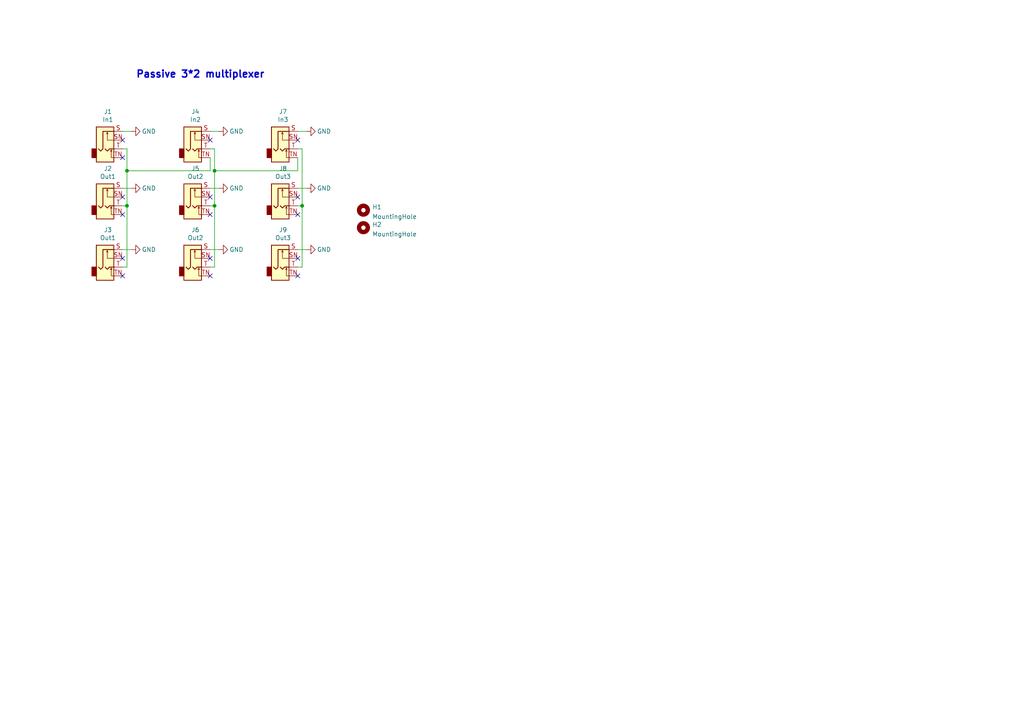
<source format=kicad_sch>
(kicad_sch (version 20230121) (generator eeschema)

  (uuid f5e862e5-d08a-411e-811c-3dee8378ba60)

  (paper "A4")

  (title_block
    (title "Multiple 3x2")
    (date "2023-09-23")
    (rev "1.0")
    (company "Bleep Sound")
  )

  (lib_symbols
    (symbol "Connector:AudioJack2_Switch" (in_bom yes) (on_board yes)
      (property "Reference" "J" (at 0 11.43 0)
        (effects (font (size 1.27 1.27)))
      )
      (property "Value" "AudioJack2_Switch" (at 0 8.89 0)
        (effects (font (size 1.27 1.27)))
      )
      (property "Footprint" "" (at 0 5.08 0)
        (effects (font (size 1.27 1.27)) hide)
      )
      (property "Datasheet" "~" (at 0 5.08 0)
        (effects (font (size 1.27 1.27)) hide)
      )
      (property "ki_keywords" "audio jack receptacle mono headphones phone TS connector" (at 0 0 0)
        (effects (font (size 1.27 1.27)) hide)
      )
      (property "ki_description" "Audio Jack, 2 Poles (Mono / TS), Switched Pole (Normalling)" (at 0 0 0)
        (effects (font (size 1.27 1.27)) hide)
      )
      (property "ki_fp_filters" "Jack*" (at 0 0 0)
        (effects (font (size 1.27 1.27)) hide)
      )
      (symbol "AudioJack2_Switch_0_1"
        (rectangle (start -2.54 0) (end -3.81 -2.54)
          (stroke (width 0.254) (type default))
          (fill (type outline))
        )
        (rectangle (start 2.54 6.35) (end -2.54 -3.81)
          (stroke (width 0.254) (type default))
          (fill (type background))
        )
      )
      (symbol "AudioJack2_Switch_1_1"
        (polyline
          (pts
            (xy 0.635 4.826)
            (xy 0.889 4.318)
          )
          (stroke (width 0) (type default))
          (fill (type none))
        )
        (polyline
          (pts
            (xy 1.778 -0.254)
            (xy 2.032 -0.762)
          )
          (stroke (width 0) (type default))
          (fill (type none))
        )
        (polyline
          (pts
            (xy 0 0)
            (xy 0.635 -0.635)
            (xy 1.27 0)
            (xy 2.54 0)
          )
          (stroke (width 0.254) (type default))
          (fill (type none))
        )
        (polyline
          (pts
            (xy 2.54 -2.54)
            (xy 1.778 -2.54)
            (xy 1.778 -0.254)
            (xy 1.524 -0.762)
          )
          (stroke (width 0) (type default))
          (fill (type none))
        )
        (polyline
          (pts
            (xy 2.54 2.54)
            (xy 0.635 2.54)
            (xy 0.635 4.826)
            (xy 0.381 4.318)
          )
          (stroke (width 0) (type default))
          (fill (type none))
        )
        (polyline
          (pts
            (xy 2.54 5.08)
            (xy -0.635 5.08)
            (xy -0.635 0)
            (xy -1.27 -0.635)
            (xy -1.905 0)
          )
          (stroke (width 0.254) (type default))
          (fill (type none))
        )
        (pin passive line (at 5.08 5.08 180) (length 2.54)
          (name "~" (effects (font (size 1.27 1.27))))
          (number "S" (effects (font (size 1.27 1.27))))
        )
        (pin passive line (at 5.08 2.54 180) (length 2.54)
          (name "~" (effects (font (size 1.27 1.27))))
          (number "SN" (effects (font (size 1.27 1.27))))
        )
        (pin passive line (at 5.08 0 180) (length 2.54)
          (name "~" (effects (font (size 1.27 1.27))))
          (number "T" (effects (font (size 1.27 1.27))))
        )
        (pin passive line (at 5.08 -2.54 180) (length 2.54)
          (name "~" (effects (font (size 1.27 1.27))))
          (number "TN" (effects (font (size 1.27 1.27))))
        )
      )
    )
    (symbol "Mechanical:MountingHole" (pin_names (offset 1.016)) (in_bom yes) (on_board yes)
      (property "Reference" "H" (at 0 5.08 0)
        (effects (font (size 1.27 1.27)))
      )
      (property "Value" "MountingHole" (at 0 3.175 0)
        (effects (font (size 1.27 1.27)))
      )
      (property "Footprint" "" (at 0 0 0)
        (effects (font (size 1.27 1.27)) hide)
      )
      (property "Datasheet" "~" (at 0 0 0)
        (effects (font (size 1.27 1.27)) hide)
      )
      (property "ki_keywords" "mounting hole" (at 0 0 0)
        (effects (font (size 1.27 1.27)) hide)
      )
      (property "ki_description" "Mounting Hole without connection" (at 0 0 0)
        (effects (font (size 1.27 1.27)) hide)
      )
      (property "ki_fp_filters" "MountingHole*" (at 0 0 0)
        (effects (font (size 1.27 1.27)) hide)
      )
      (symbol "MountingHole_0_1"
        (circle (center 0 0) (radius 1.27)
          (stroke (width 1.27) (type default))
          (fill (type none))
        )
      )
    )
    (symbol "power:GND" (power) (pin_names (offset 0)) (in_bom yes) (on_board yes)
      (property "Reference" "#PWR" (at 0 -6.35 0)
        (effects (font (size 1.27 1.27)) hide)
      )
      (property "Value" "GND" (at 0 -3.81 0)
        (effects (font (size 1.27 1.27)))
      )
      (property "Footprint" "" (at 0 0 0)
        (effects (font (size 1.27 1.27)) hide)
      )
      (property "Datasheet" "" (at 0 0 0)
        (effects (font (size 1.27 1.27)) hide)
      )
      (property "ki_keywords" "power-flag" (at 0 0 0)
        (effects (font (size 1.27 1.27)) hide)
      )
      (property "ki_description" "Power symbol creates a global label with name \"GND\" , ground" (at 0 0 0)
        (effects (font (size 1.27 1.27)) hide)
      )
      (symbol "GND_0_1"
        (polyline
          (pts
            (xy 0 0)
            (xy 0 -1.27)
            (xy 1.27 -1.27)
            (xy 0 -2.54)
            (xy -1.27 -1.27)
            (xy 0 -1.27)
          )
          (stroke (width 0) (type default))
          (fill (type none))
        )
      )
      (symbol "GND_1_1"
        (pin power_in line (at 0 0 270) (length 0) hide
          (name "GND" (effects (font (size 1.27 1.27))))
          (number "1" (effects (font (size 1.27 1.27))))
        )
      )
    )
  )

  (junction (at 36.83 59.69) (diameter 0) (color 0 0 0 0)
    (uuid 0d4d494c-7550-4030-8dc7-5b893b7511ff)
  )
  (junction (at 62.23 49.53) (diameter 0) (color 0 0 0 0)
    (uuid 2dac1d33-f2cd-4a63-9a85-70a2dfedab60)
  )
  (junction (at 62.23 59.69) (diameter 0) (color 0 0 0 0)
    (uuid b6d70637-06aa-42b0-888e-01ff548a913e)
  )
  (junction (at 87.63 59.69) (diameter 0) (color 0 0 0 0)
    (uuid c7e6adb8-6459-45e2-a257-e0ea43902bd4)
  )
  (junction (at 36.83 49.53) (diameter 0) (color 0 0 0 0)
    (uuid d5aa4ac8-0a3f-4009-91b4-3a614e1dffd9)
  )

  (no_connect (at 60.96 40.64) (uuid 05107645-d98d-4266-8604-ede5e59a268b))
  (no_connect (at 35.56 45.72) (uuid 0f59a441-aac2-4098-8d00-e38010974acc))
  (no_connect (at 86.36 40.64) (uuid 3555c46a-d7f2-4270-b47c-3068c30b25e3))
  (no_connect (at 35.56 74.93) (uuid 3bb05f9e-41cb-4ac4-b8ff-084147b74505))
  (no_connect (at 60.96 74.93) (uuid 4b7a8cbc-e747-44f2-a79d-7b305d8bab1a))
  (no_connect (at 60.96 57.15) (uuid 52c7afd2-4828-48da-b520-210167ef6a9c))
  (no_connect (at 60.96 80.01) (uuid 63faa748-68bb-4c57-8dbc-d0e1d3c7c637))
  (no_connect (at 35.56 62.23) (uuid 6886432b-6aae-490b-8eb6-53d0125e34fa))
  (no_connect (at 86.36 57.15) (uuid 86796abe-68d9-461b-9e5b-4c2f9d3374e3))
  (no_connect (at 86.36 74.93) (uuid 8938e1da-7d6e-450d-a80c-5ddc114898ad))
  (no_connect (at 35.56 57.15) (uuid a8d2b462-4620-4488-90eb-601ab7b8a34a))
  (no_connect (at 60.96 62.23) (uuid b70dc10b-bd85-4cb0-9f06-73ee07ef7e85))
  (no_connect (at 86.36 62.23) (uuid cd818002-3872-43aa-b3cd-1634888a897e))
  (no_connect (at 35.56 80.01) (uuid cdc46d29-4b7e-485f-b3e0-ab7ed368f48a))
  (no_connect (at 86.36 80.01) (uuid d928dbf3-7321-4ade-9585-f47ea0735ca4))
  (no_connect (at 35.56 40.64) (uuid ec7d92e0-b683-44f3-b3a9-1da40a8d9117))

  (wire (pts (xy 62.23 59.69) (xy 60.96 59.69))
    (stroke (width 0) (type default))
    (uuid 03daee5c-c091-4abe-a951-1b2020e2c980)
  )
  (wire (pts (xy 36.83 49.53) (xy 36.83 59.69))
    (stroke (width 0) (type default))
    (uuid 0c271d6e-b7b5-4146-9731-3a6dc24fd9f6)
  )
  (wire (pts (xy 35.56 72.39) (xy 38.1 72.39))
    (stroke (width 0) (type default))
    (uuid 128f18ab-fe22-491c-ab40-796569f776a9)
  )
  (wire (pts (xy 35.56 38.1) (xy 38.1 38.1))
    (stroke (width 0) (type default))
    (uuid 1447dda4-1aa3-450f-9df1-7a6ecc7c3107)
  )
  (wire (pts (xy 62.23 59.69) (xy 62.23 77.47))
    (stroke (width 0) (type default))
    (uuid 373bb7e5-bc57-471d-a47c-4854fca66471)
  )
  (wire (pts (xy 36.83 59.69) (xy 35.56 59.69))
    (stroke (width 0) (type default))
    (uuid 3f288d5c-830c-4c0c-860c-51bfb323ca68)
  )
  (wire (pts (xy 86.36 38.1) (xy 88.9 38.1))
    (stroke (width 0) (type default))
    (uuid 4619b247-6333-4b9a-a7c1-f35fbd97777f)
  )
  (wire (pts (xy 87.63 43.18) (xy 87.63 59.69))
    (stroke (width 0) (type default))
    (uuid 4a5401b1-5492-4cf0-b9c5-6e78fbe3e8de)
  )
  (wire (pts (xy 87.63 77.47) (xy 86.36 77.47))
    (stroke (width 0) (type default))
    (uuid 4cc5e0d5-f66e-4fea-81d6-06b7c7c631e2)
  )
  (wire (pts (xy 87.63 59.69) (xy 87.63 77.47))
    (stroke (width 0) (type default))
    (uuid 52242ac1-8c88-4adf-a0c5-e34bec397739)
  )
  (wire (pts (xy 62.23 49.53) (xy 62.23 59.69))
    (stroke (width 0) (type default))
    (uuid 546b0397-7fd2-4db6-b300-1ec6fb919320)
  )
  (wire (pts (xy 87.63 59.69) (xy 86.36 59.69))
    (stroke (width 0) (type default))
    (uuid 586fa0bb-867d-4b3b-afc0-2a2d01c3a8cb)
  )
  (wire (pts (xy 62.23 43.18) (xy 62.23 49.53))
    (stroke (width 0) (type default))
    (uuid 5a356ee1-7719-44e3-9515-16e72f410dd3)
  )
  (wire (pts (xy 87.63 43.18) (xy 86.36 43.18))
    (stroke (width 0) (type default))
    (uuid 5eead127-d9ec-4f81-87a2-522a20de9c6e)
  )
  (wire (pts (xy 86.36 54.61) (xy 88.9 54.61))
    (stroke (width 0) (type default))
    (uuid 5f5b0294-d645-483a-a8b0-ce636eb8ebea)
  )
  (wire (pts (xy 86.36 45.72) (xy 86.36 49.53))
    (stroke (width 0) (type default))
    (uuid 61de022a-e50b-48c0-921b-4ea29ff73893)
  )
  (wire (pts (xy 62.23 77.47) (xy 60.96 77.47))
    (stroke (width 0) (type default))
    (uuid 7eb96f29-3146-4de0-8ae1-a9478df729ec)
  )
  (wire (pts (xy 36.83 59.69) (xy 36.83 77.47))
    (stroke (width 0) (type default))
    (uuid 82950fd9-829f-4e2f-9cfd-c53f2cd91055)
  )
  (wire (pts (xy 60.96 45.72) (xy 60.96 49.53))
    (stroke (width 0) (type default))
    (uuid 831ab531-6c74-4717-b80f-a7ede40ab88b)
  )
  (wire (pts (xy 62.23 49.53) (xy 86.36 49.53))
    (stroke (width 0) (type default))
    (uuid 83e0cf7a-3fbd-49eb-ac5d-f8c908ccdca1)
  )
  (wire (pts (xy 36.83 77.47) (xy 35.56 77.47))
    (stroke (width 0) (type default))
    (uuid 83ec79b2-db17-4097-bc09-941032de7ddf)
  )
  (wire (pts (xy 35.56 54.61) (xy 38.1 54.61))
    (stroke (width 0) (type default))
    (uuid 95615018-de9d-4a87-a1ae-c4f823171a7f)
  )
  (wire (pts (xy 36.83 49.53) (xy 60.96 49.53))
    (stroke (width 0) (type default))
    (uuid a1be8ec4-18fe-46ee-b958-2fe86a31d021)
  )
  (wire (pts (xy 86.36 72.39) (xy 88.9 72.39))
    (stroke (width 0) (type default))
    (uuid a2b997f0-1107-4c00-aa37-8bfd78d53ece)
  )
  (wire (pts (xy 60.96 72.39) (xy 63.5 72.39))
    (stroke (width 0) (type default))
    (uuid af7cf17c-9740-4464-8031-a2d483a60998)
  )
  (wire (pts (xy 60.96 38.1) (xy 63.5 38.1))
    (stroke (width 0) (type default))
    (uuid c65e082c-ed1c-4b77-8cd1-f62d2c288939)
  )
  (wire (pts (xy 36.83 43.18) (xy 36.83 49.53))
    (stroke (width 0) (type default))
    (uuid e08be033-b7a3-452d-bb3b-298d679f504a)
  )
  (wire (pts (xy 36.83 43.18) (xy 35.56 43.18))
    (stroke (width 0) (type default))
    (uuid fa0fd663-5dcf-463c-a83e-63dbe50dc827)
  )
  (wire (pts (xy 60.96 54.61) (xy 63.5 54.61))
    (stroke (width 0) (type default))
    (uuid fb114aa8-c1b6-4f11-b550-b5f79989c59b)
  )
  (wire (pts (xy 62.23 43.18) (xy 60.96 43.18))
    (stroke (width 0) (type default))
    (uuid fde98f7c-988d-48fe-8c55-9b2a3b34f61b)
  )

  (text "Passive 3*2 multiplexer\n" (at 39.37 22.86 0)
    (effects (font (size 2.032 2.032) (thickness 0.4064) bold) (justify left bottom))
    (uuid a5a17543-a413-4da3-8a86-dc64e43bdaf2)
  )

  (symbol (lib_id "power:GND") (at 88.9 72.39 90) (unit 1)
    (in_bom yes) (on_board yes) (dnp no)
    (uuid 0449c860-beda-44f6-b069-95684332e77e)
    (property "Reference" "#PWR09" (at 95.25 72.39 0)
      (effects (font (size 1.27 1.27)) hide)
    )
    (property "Value" "GND" (at 93.98 72.39 90)
      (effects (font (size 1.27 1.27)))
    )
    (property "Footprint" "" (at 88.9 72.39 0)
      (effects (font (size 1.27 1.27)) hide)
    )
    (property "Datasheet" "" (at 88.9 72.39 0)
      (effects (font (size 1.27 1.27)) hide)
    )
    (pin "1" (uuid c0d5bbe9-9770-40c3-8bf8-4b4c6162d3d1))
    (instances
      (project "Multiple-3x2"
        (path "/f5e862e5-d08a-411e-811c-3dee8378ba60"
          (reference "#PWR09") (unit 1)
        )
      )
    )
  )

  (symbol (lib_id "power:GND") (at 38.1 38.1 90) (unit 1)
    (in_bom yes) (on_board yes) (dnp no)
    (uuid 157e1159-3395-4341-a13d-e960c89c6690)
    (property "Reference" "#PWR01" (at 44.45 38.1 0)
      (effects (font (size 1.27 1.27)) hide)
    )
    (property "Value" "GND" (at 43.18 38.1 90)
      (effects (font (size 1.27 1.27)))
    )
    (property "Footprint" "" (at 38.1 38.1 0)
      (effects (font (size 1.27 1.27)) hide)
    )
    (property "Datasheet" "" (at 38.1 38.1 0)
      (effects (font (size 1.27 1.27)) hide)
    )
    (pin "1" (uuid c14fc676-2a9a-4c92-a89b-dd565dcc866f))
    (instances
      (project "Multiple-3x2"
        (path "/f5e862e5-d08a-411e-811c-3dee8378ba60"
          (reference "#PWR01") (unit 1)
        )
      )
    )
  )

  (symbol (lib_id "Connector:AudioJack2_Switch") (at 81.28 43.18 0) (unit 1)
    (in_bom yes) (on_board yes) (dnp no)
    (uuid 24b7bb6e-76ad-4985-93a6-f879ff571e98)
    (property "Reference" "J7" (at 82.0928 32.385 0)
      (effects (font (size 1.27 1.27)))
    )
    (property "Value" "In3" (at 82.0928 34.6964 0)
      (effects (font (size 1.27 1.27)))
    )
    (property "Footprint" "Kicad-perso:Thonkiconn" (at 81.28 38.1 0)
      (effects (font (size 1.27 1.27)) hide)
    )
    (property "Datasheet" "~" (at 81.28 38.1 0)
      (effects (font (size 1.27 1.27)) hide)
    )
    (property "Comments" "Thonkiconn jack" (at 81.28 43.18 0)
      (effects (font (size 1.27 1.27)) hide)
    )
    (pin "S" (uuid b22b4b87-ccf1-4522-bf2a-07cd88eaec96))
    (pin "SN" (uuid 7cd38afe-f1fc-479e-9ab1-806a8a89fdaa))
    (pin "T" (uuid 6133a9b5-92f8-49aa-9291-aeabd0cac9c6))
    (pin "TN" (uuid fdbf2b96-bdec-48dc-86ce-ed50dc85875b))
    (instances
      (project "Multiple-3x2"
        (path "/f5e862e5-d08a-411e-811c-3dee8378ba60"
          (reference "J7") (unit 1)
        )
      )
    )
  )

  (symbol (lib_id "Connector:AudioJack2_Switch") (at 55.88 43.18 0) (unit 1)
    (in_bom yes) (on_board yes) (dnp no)
    (uuid 545a9948-bbeb-416c-9f07-c1900a965016)
    (property "Reference" "J4" (at 56.6928 32.385 0)
      (effects (font (size 1.27 1.27)))
    )
    (property "Value" "In2" (at 56.6928 34.6964 0)
      (effects (font (size 1.27 1.27)))
    )
    (property "Footprint" "Kicad-perso:Thonkiconn" (at 55.88 38.1 0)
      (effects (font (size 1.27 1.27)) hide)
    )
    (property "Datasheet" "~" (at 55.88 38.1 0)
      (effects (font (size 1.27 1.27)) hide)
    )
    (property "Comments" "Thonkiconn jack" (at 55.88 43.18 0)
      (effects (font (size 1.27 1.27)) hide)
    )
    (pin "S" (uuid 8ca3e996-4a32-4493-afe1-cb3150d8bf6e))
    (pin "SN" (uuid 5e129a0c-9123-4f75-a71f-2fcbdd235010))
    (pin "T" (uuid 325374b9-2d56-4565-9f46-8b1731c139c8))
    (pin "TN" (uuid 49a29876-ac73-4cf3-83e0-c0b5593465b6))
    (instances
      (project "Multiple-3x2"
        (path "/f5e862e5-d08a-411e-811c-3dee8378ba60"
          (reference "J4") (unit 1)
        )
      )
    )
  )

  (symbol (lib_id "Connector:AudioJack2_Switch") (at 81.28 59.69 0) (unit 1)
    (in_bom yes) (on_board yes) (dnp no)
    (uuid 5506dcd3-dfaf-4f6a-b8ea-1bc1762966d2)
    (property "Reference" "J8" (at 82.0928 48.895 0)
      (effects (font (size 1.27 1.27)))
    )
    (property "Value" "Out3" (at 82.0928 51.2064 0)
      (effects (font (size 1.27 1.27)))
    )
    (property "Footprint" "Kicad-perso:Thonkiconn" (at 81.28 54.61 0)
      (effects (font (size 1.27 1.27)) hide)
    )
    (property "Datasheet" "~" (at 81.28 54.61 0)
      (effects (font (size 1.27 1.27)) hide)
    )
    (property "Comments" "Thonkiconn jack" (at 81.28 59.69 0)
      (effects (font (size 1.27 1.27)) hide)
    )
    (pin "S" (uuid 3ea26f63-bec7-4ca0-9bf2-692328de941e))
    (pin "SN" (uuid 580c9329-d4bc-41f4-87da-c5395f0972e7))
    (pin "T" (uuid 2d7455fc-46a1-4eb5-8fb0-a6d75d8fd16f))
    (pin "TN" (uuid d46fceee-c2b9-484f-8cd6-10c64891e4a2))
    (instances
      (project "Multiple-3x2"
        (path "/f5e862e5-d08a-411e-811c-3dee8378ba60"
          (reference "J8") (unit 1)
        )
      )
    )
  )

  (symbol (lib_id "power:GND") (at 88.9 54.61 90) (unit 1)
    (in_bom yes) (on_board yes) (dnp no)
    (uuid 57476234-20d1-48e4-aa14-aa87a39551e7)
    (property "Reference" "#PWR08" (at 95.25 54.61 0)
      (effects (font (size 1.27 1.27)) hide)
    )
    (property "Value" "GND" (at 93.98 54.61 90)
      (effects (font (size 1.27 1.27)))
    )
    (property "Footprint" "" (at 88.9 54.61 0)
      (effects (font (size 1.27 1.27)) hide)
    )
    (property "Datasheet" "" (at 88.9 54.61 0)
      (effects (font (size 1.27 1.27)) hide)
    )
    (pin "1" (uuid f7ff20df-8472-4ec2-a2d6-86c35f1e470e))
    (instances
      (project "Multiple-3x2"
        (path "/f5e862e5-d08a-411e-811c-3dee8378ba60"
          (reference "#PWR08") (unit 1)
        )
      )
    )
  )

  (symbol (lib_id "power:GND") (at 63.5 38.1 90) (unit 1)
    (in_bom yes) (on_board yes) (dnp no)
    (uuid 5f1c9fd7-b60e-47d3-9e50-73b711c8b04b)
    (property "Reference" "#PWR04" (at 69.85 38.1 0)
      (effects (font (size 1.27 1.27)) hide)
    )
    (property "Value" "GND" (at 68.58 38.1 90)
      (effects (font (size 1.27 1.27)))
    )
    (property "Footprint" "" (at 63.5 38.1 0)
      (effects (font (size 1.27 1.27)) hide)
    )
    (property "Datasheet" "" (at 63.5 38.1 0)
      (effects (font (size 1.27 1.27)) hide)
    )
    (pin "1" (uuid 95c0c279-4377-464a-bdef-4c043269e6fd))
    (instances
      (project "Multiple-3x2"
        (path "/f5e862e5-d08a-411e-811c-3dee8378ba60"
          (reference "#PWR04") (unit 1)
        )
      )
    )
  )

  (symbol (lib_id "power:GND") (at 63.5 72.39 90) (unit 1)
    (in_bom yes) (on_board yes) (dnp no)
    (uuid 648641a3-7b84-43ac-9c12-169371dcf315)
    (property "Reference" "#PWR06" (at 69.85 72.39 0)
      (effects (font (size 1.27 1.27)) hide)
    )
    (property "Value" "GND" (at 68.58 72.39 90)
      (effects (font (size 1.27 1.27)))
    )
    (property "Footprint" "" (at 63.5 72.39 0)
      (effects (font (size 1.27 1.27)) hide)
    )
    (property "Datasheet" "" (at 63.5 72.39 0)
      (effects (font (size 1.27 1.27)) hide)
    )
    (pin "1" (uuid 50c23885-b3a0-4f4d-b955-eed79a858084))
    (instances
      (project "Multiple-3x2"
        (path "/f5e862e5-d08a-411e-811c-3dee8378ba60"
          (reference "#PWR06") (unit 1)
        )
      )
    )
  )

  (symbol (lib_id "Mechanical:MountingHole") (at 105.41 60.96 0) (unit 1)
    (in_bom no) (on_board yes) (dnp no) (fields_autoplaced)
    (uuid 7e454fbe-2e78-4710-9f37-15bbb9773e22)
    (property "Reference" "H1" (at 107.95 60.0515 0)
      (effects (font (size 1.27 1.27)) (justify left))
    )
    (property "Value" "MountingHole" (at 107.95 62.8266 0)
      (effects (font (size 1.27 1.27)) (justify left))
    )
    (property "Footprint" "Synth:Doepfer Mounting hole" (at 105.41 60.96 0)
      (effects (font (size 1.27 1.27)) hide)
    )
    (property "Datasheet" "~" (at 105.41 60.96 0)
      (effects (font (size 1.27 1.27)) hide)
    )
    (property "Comments" "" (at 105.41 60.96 0)
      (effects (font (size 1.27 1.27)) hide)
    )
    (instances
      (project "Multiple-3x2"
        (path "/f5e862e5-d08a-411e-811c-3dee8378ba60"
          (reference "H1") (unit 1)
        )
      )
    )
  )

  (symbol (lib_id "Connector:AudioJack2_Switch") (at 30.48 59.69 0) (unit 1)
    (in_bom yes) (on_board yes) (dnp no)
    (uuid 8a8b1374-c383-475e-9d12-54523e41a72d)
    (property "Reference" "J2" (at 31.2928 48.895 0)
      (effects (font (size 1.27 1.27)))
    )
    (property "Value" "Out1" (at 31.2928 51.2064 0)
      (effects (font (size 1.27 1.27)))
    )
    (property "Footprint" "Kicad-perso:Thonkiconn" (at 30.48 54.61 0)
      (effects (font (size 1.27 1.27)) hide)
    )
    (property "Datasheet" "~" (at 30.48 54.61 0)
      (effects (font (size 1.27 1.27)) hide)
    )
    (property "Comments" "Thonkiconn jack" (at 30.48 59.69 0)
      (effects (font (size 1.27 1.27)) hide)
    )
    (pin "S" (uuid 1f5cfb06-af34-46d4-b50e-b49be107462c))
    (pin "SN" (uuid 9b47a2d3-a944-4f73-9d25-9fde48c5dd18))
    (pin "T" (uuid 823a44d0-59db-4b7c-bcfd-0a4543d0ade6))
    (pin "TN" (uuid 177fdce7-a1da-4798-a7bf-07b305f1388c))
    (instances
      (project "Multiple-3x2"
        (path "/f5e862e5-d08a-411e-811c-3dee8378ba60"
          (reference "J2") (unit 1)
        )
      )
    )
  )

  (symbol (lib_id "power:GND") (at 38.1 72.39 90) (unit 1)
    (in_bom yes) (on_board yes) (dnp no)
    (uuid 8dffc39c-c670-4327-af18-1200355e461b)
    (property "Reference" "#PWR03" (at 44.45 72.39 0)
      (effects (font (size 1.27 1.27)) hide)
    )
    (property "Value" "GND" (at 43.18 72.39 90)
      (effects (font (size 1.27 1.27)))
    )
    (property "Footprint" "" (at 38.1 72.39 0)
      (effects (font (size 1.27 1.27)) hide)
    )
    (property "Datasheet" "" (at 38.1 72.39 0)
      (effects (font (size 1.27 1.27)) hide)
    )
    (pin "1" (uuid 21ec0069-c6d1-445a-b979-b8d8bbf7fe4f))
    (instances
      (project "Multiple-3x2"
        (path "/f5e862e5-d08a-411e-811c-3dee8378ba60"
          (reference "#PWR03") (unit 1)
        )
      )
    )
  )

  (symbol (lib_id "Connector:AudioJack2_Switch") (at 55.88 59.69 0) (unit 1)
    (in_bom yes) (on_board yes) (dnp no)
    (uuid 93569459-edcf-42f7-b0bc-86a088e3f74e)
    (property "Reference" "J5" (at 56.6928 48.895 0)
      (effects (font (size 1.27 1.27)))
    )
    (property "Value" "Out2" (at 56.6928 51.2064 0)
      (effects (font (size 1.27 1.27)))
    )
    (property "Footprint" "Kicad-perso:Thonkiconn" (at 55.88 54.61 0)
      (effects (font (size 1.27 1.27)) hide)
    )
    (property "Datasheet" "~" (at 55.88 54.61 0)
      (effects (font (size 1.27 1.27)) hide)
    )
    (property "Comments" "Thonkiconn jack" (at 55.88 59.69 0)
      (effects (font (size 1.27 1.27)) hide)
    )
    (pin "S" (uuid 6f94e441-3d42-45a4-9fa1-0c79b74e0009))
    (pin "SN" (uuid f1518ecd-8d37-4db7-8dcc-732cd9b6bc87))
    (pin "T" (uuid 94eed528-474b-4f4a-bb52-25ad7a836390))
    (pin "TN" (uuid 4b122053-b9b0-48f1-a3a0-65031fe6c53d))
    (instances
      (project "Multiple-3x2"
        (path "/f5e862e5-d08a-411e-811c-3dee8378ba60"
          (reference "J5") (unit 1)
        )
      )
    )
  )

  (symbol (lib_id "power:GND") (at 38.1 54.61 90) (unit 1)
    (in_bom yes) (on_board yes) (dnp no)
    (uuid 993ad8e4-9206-41b0-94c5-c5004b7f50c8)
    (property "Reference" "#PWR02" (at 44.45 54.61 0)
      (effects (font (size 1.27 1.27)) hide)
    )
    (property "Value" "GND" (at 43.18 54.61 90)
      (effects (font (size 1.27 1.27)))
    )
    (property "Footprint" "" (at 38.1 54.61 0)
      (effects (font (size 1.27 1.27)) hide)
    )
    (property "Datasheet" "" (at 38.1 54.61 0)
      (effects (font (size 1.27 1.27)) hide)
    )
    (pin "1" (uuid 98797416-7de6-4134-80e4-3d4a5b15d6d0))
    (instances
      (project "Multiple-3x2"
        (path "/f5e862e5-d08a-411e-811c-3dee8378ba60"
          (reference "#PWR02") (unit 1)
        )
      )
    )
  )

  (symbol (lib_id "power:GND") (at 88.9 38.1 90) (unit 1)
    (in_bom yes) (on_board yes) (dnp no)
    (uuid c7ad4324-9ec3-4363-9326-e8d76810daa1)
    (property "Reference" "#PWR07" (at 95.25 38.1 0)
      (effects (font (size 1.27 1.27)) hide)
    )
    (property "Value" "GND" (at 93.98 38.1 90)
      (effects (font (size 1.27 1.27)))
    )
    (property "Footprint" "" (at 88.9 38.1 0)
      (effects (font (size 1.27 1.27)) hide)
    )
    (property "Datasheet" "" (at 88.9 38.1 0)
      (effects (font (size 1.27 1.27)) hide)
    )
    (pin "1" (uuid 61b9e486-75a9-4640-9b0d-5a5af4125ffc))
    (instances
      (project "Multiple-3x2"
        (path "/f5e862e5-d08a-411e-811c-3dee8378ba60"
          (reference "#PWR07") (unit 1)
        )
      )
    )
  )

  (symbol (lib_id "Connector:AudioJack2_Switch") (at 81.28 77.47 0) (unit 1)
    (in_bom yes) (on_board yes) (dnp no)
    (uuid d5f334fe-1bd4-41b3-a254-e702c07c6628)
    (property "Reference" "J9" (at 82.0928 66.675 0)
      (effects (font (size 1.27 1.27)))
    )
    (property "Value" "Out3" (at 82.0928 68.9864 0)
      (effects (font (size 1.27 1.27)))
    )
    (property "Footprint" "Kicad-perso:Thonkiconn" (at 81.28 72.39 0)
      (effects (font (size 1.27 1.27)) hide)
    )
    (property "Datasheet" "~" (at 81.28 72.39 0)
      (effects (font (size 1.27 1.27)) hide)
    )
    (property "Comments" "Thonkiconn jack" (at 81.28 77.47 0)
      (effects (font (size 1.27 1.27)) hide)
    )
    (pin "S" (uuid 7a9e8468-5e11-4f46-9bb8-fabec622db96))
    (pin "SN" (uuid 336ba279-f29e-4222-adb9-541373406007))
    (pin "T" (uuid 004d1070-4bf0-455d-8177-41515c5a6906))
    (pin "TN" (uuid 2528485f-7a51-4831-8325-91cf8aad11db))
    (instances
      (project "Multiple-3x2"
        (path "/f5e862e5-d08a-411e-811c-3dee8378ba60"
          (reference "J9") (unit 1)
        )
      )
    )
  )

  (symbol (lib_id "Connector:AudioJack2_Switch") (at 30.48 43.18 0) (unit 1)
    (in_bom yes) (on_board yes) (dnp no)
    (uuid d65f7f8b-cc65-4a49-aca2-74dc0df5d603)
    (property "Reference" "J1" (at 31.2928 32.385 0)
      (effects (font (size 1.27 1.27)))
    )
    (property "Value" "In1" (at 31.2928 34.6964 0)
      (effects (font (size 1.27 1.27)))
    )
    (property "Footprint" "Kicad-perso:Thonkiconn" (at 30.48 38.1 0)
      (effects (font (size 1.27 1.27)) hide)
    )
    (property "Datasheet" "~" (at 30.48 38.1 0)
      (effects (font (size 1.27 1.27)) hide)
    )
    (property "Comments" "Thonkiconn jack" (at 30.48 43.18 0)
      (effects (font (size 1.27 1.27)) hide)
    )
    (pin "S" (uuid 7bf515bd-b759-4f84-b322-74e8d938ef60))
    (pin "SN" (uuid 092ef392-2c10-4ffa-b428-70e50323d5da))
    (pin "T" (uuid 2b800edd-5138-4f8f-90f3-fc40d8c8f8a4))
    (pin "TN" (uuid 69b13ef8-77d5-46c3-b109-5db9836ee61e))
    (instances
      (project "Multiple-3x2"
        (path "/f5e862e5-d08a-411e-811c-3dee8378ba60"
          (reference "J1") (unit 1)
        )
      )
    )
  )

  (symbol (lib_id "Connector:AudioJack2_Switch") (at 30.48 77.47 0) (unit 1)
    (in_bom yes) (on_board yes) (dnp no)
    (uuid d7a69271-ebab-4047-bd59-8e80d0b0ab93)
    (property "Reference" "J3" (at 31.2928 66.675 0)
      (effects (font (size 1.27 1.27)))
    )
    (property "Value" "Out1" (at 31.2928 68.9864 0)
      (effects (font (size 1.27 1.27)))
    )
    (property "Footprint" "Kicad-perso:Thonkiconn" (at 30.48 72.39 0)
      (effects (font (size 1.27 1.27)) hide)
    )
    (property "Datasheet" "~" (at 30.48 72.39 0)
      (effects (font (size 1.27 1.27)) hide)
    )
    (property "Comments" "Thonkiconn jack" (at 30.48 77.47 0)
      (effects (font (size 1.27 1.27)) hide)
    )
    (pin "S" (uuid 77881608-becf-448f-b3a7-b5f48d89d345))
    (pin "SN" (uuid 145b9c1f-f383-4824-b03a-7eeb585bb97d))
    (pin "T" (uuid 8c347d21-25e8-4740-94d9-c28d146311b0))
    (pin "TN" (uuid db96d395-5126-44d1-8467-20170323bb93))
    (instances
      (project "Multiple-3x2"
        (path "/f5e862e5-d08a-411e-811c-3dee8378ba60"
          (reference "J3") (unit 1)
        )
      )
    )
  )

  (symbol (lib_id "Mechanical:MountingHole") (at 105.41 66.04 0) (unit 1)
    (in_bom no) (on_board yes) (dnp no) (fields_autoplaced)
    (uuid e1182175-3dc9-4985-a1c4-8f26f2cc0e1b)
    (property "Reference" "H2" (at 107.95 65.1315 0)
      (effects (font (size 1.27 1.27)) (justify left))
    )
    (property "Value" "MountingHole" (at 107.95 67.9066 0)
      (effects (font (size 1.27 1.27)) (justify left))
    )
    (property "Footprint" "Synth:Doepfer Mounting hole" (at 105.41 66.04 0)
      (effects (font (size 1.27 1.27)) hide)
    )
    (property "Datasheet" "~" (at 105.41 66.04 0)
      (effects (font (size 1.27 1.27)) hide)
    )
    (property "Comments" "" (at 105.41 66.04 0)
      (effects (font (size 1.27 1.27)) hide)
    )
    (instances
      (project "Multiple-3x2"
        (path "/f5e862e5-d08a-411e-811c-3dee8378ba60"
          (reference "H2") (unit 1)
        )
      )
    )
  )

  (symbol (lib_id "Connector:AudioJack2_Switch") (at 55.88 77.47 0) (unit 1)
    (in_bom yes) (on_board yes) (dnp no)
    (uuid e8fd305c-9427-4600-883d-65546971eb75)
    (property "Reference" "J6" (at 56.6928 66.675 0)
      (effects (font (size 1.27 1.27)))
    )
    (property "Value" "Out2" (at 56.6928 68.9864 0)
      (effects (font (size 1.27 1.27)))
    )
    (property "Footprint" "Kicad-perso:Thonkiconn" (at 55.88 72.39 0)
      (effects (font (size 1.27 1.27)) hide)
    )
    (property "Datasheet" "~" (at 55.88 72.39 0)
      (effects (font (size 1.27 1.27)) hide)
    )
    (property "Comments" "Thonkiconn jack" (at 55.88 77.47 0)
      (effects (font (size 1.27 1.27)) hide)
    )
    (pin "S" (uuid 0cf058a9-191a-4977-856d-028425364f51))
    (pin "SN" (uuid b5f7da76-6c07-4134-aed1-d223bdc21da5))
    (pin "T" (uuid a4953e55-e8a0-4eb9-b749-eed4eb2860d3))
    (pin "TN" (uuid ca991e1c-9c76-4187-927a-9c50ac40d3ee))
    (instances
      (project "Multiple-3x2"
        (path "/f5e862e5-d08a-411e-811c-3dee8378ba60"
          (reference "J6") (unit 1)
        )
      )
    )
  )

  (symbol (lib_id "power:GND") (at 63.5 54.61 90) (unit 1)
    (in_bom yes) (on_board yes) (dnp no)
    (uuid e96defb3-77ba-4bc0-b8e9-457a3eff785d)
    (property "Reference" "#PWR05" (at 69.85 54.61 0)
      (effects (font (size 1.27 1.27)) hide)
    )
    (property "Value" "GND" (at 68.58 54.61 90)
      (effects (font (size 1.27 1.27)))
    )
    (property "Footprint" "" (at 63.5 54.61 0)
      (effects (font (size 1.27 1.27)) hide)
    )
    (property "Datasheet" "" (at 63.5 54.61 0)
      (effects (font (size 1.27 1.27)) hide)
    )
    (pin "1" (uuid 1a6b382e-4cd8-4e62-a873-1c04eaf14cab))
    (instances
      (project "Multiple-3x2"
        (path "/f5e862e5-d08a-411e-811c-3dee8378ba60"
          (reference "#PWR05") (unit 1)
        )
      )
    )
  )

  (sheet_instances
    (path "/" (page "1"))
  )
)

</source>
